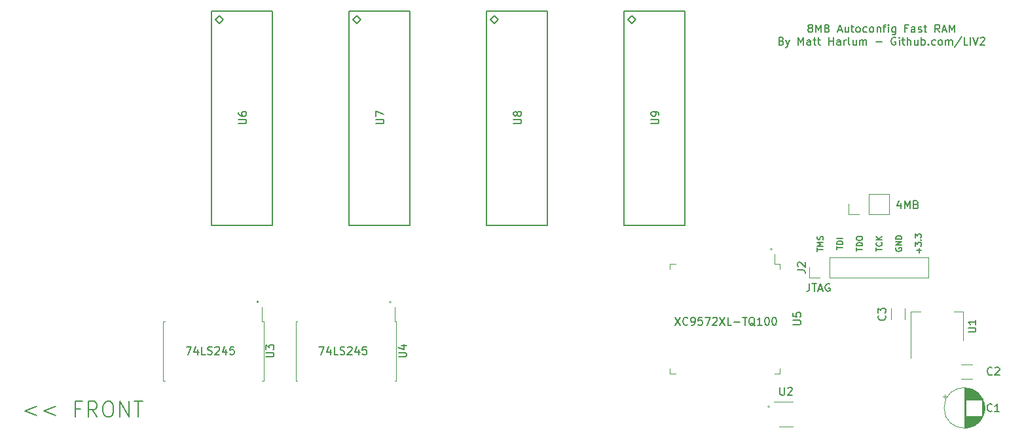
<source format=gbr>
G04 #@! TF.GenerationSoftware,KiCad,Pcbnew,(5.1.5-0-10_14)*
G04 #@! TF.CreationDate,2021-05-20T16:22:00+02:00*
G04 #@! TF.ProjectId,GottaGoFastZ2,476f7474-6147-46f4-9661-73745a322e6b,rev?*
G04 #@! TF.SameCoordinates,Original*
G04 #@! TF.FileFunction,Legend,Top*
G04 #@! TF.FilePolarity,Positive*
%FSLAX46Y46*%
G04 Gerber Fmt 4.6, Leading zero omitted, Abs format (unit mm)*
G04 Created by KiCad (PCBNEW (5.1.5-0-10_14)) date 2021-05-20 16:22:00*
%MOMM*%
%LPD*%
G04 APERTURE LIST*
%ADD10C,0.150000*%
%ADD11C,0.120000*%
G04 APERTURE END LIST*
D10*
X185432276Y-58441152D02*
X185337038Y-58393533D01*
X185289419Y-58345914D01*
X185241800Y-58250676D01*
X185241800Y-58203057D01*
X185289419Y-58107819D01*
X185337038Y-58060200D01*
X185432276Y-58012580D01*
X185622752Y-58012580D01*
X185717990Y-58060200D01*
X185765609Y-58107819D01*
X185813228Y-58203057D01*
X185813228Y-58250676D01*
X185765609Y-58345914D01*
X185717990Y-58393533D01*
X185622752Y-58441152D01*
X185432276Y-58441152D01*
X185337038Y-58488771D01*
X185289419Y-58536390D01*
X185241800Y-58631628D01*
X185241800Y-58822104D01*
X185289419Y-58917342D01*
X185337038Y-58964961D01*
X185432276Y-59012580D01*
X185622752Y-59012580D01*
X185717990Y-58964961D01*
X185765609Y-58917342D01*
X185813228Y-58822104D01*
X185813228Y-58631628D01*
X185765609Y-58536390D01*
X185717990Y-58488771D01*
X185622752Y-58441152D01*
X186241800Y-59012580D02*
X186241800Y-58012580D01*
X186575133Y-58726866D01*
X186908466Y-58012580D01*
X186908466Y-59012580D01*
X187717990Y-58488771D02*
X187860847Y-58536390D01*
X187908466Y-58584009D01*
X187956085Y-58679247D01*
X187956085Y-58822104D01*
X187908466Y-58917342D01*
X187860847Y-58964961D01*
X187765609Y-59012580D01*
X187384657Y-59012580D01*
X187384657Y-58012580D01*
X187717990Y-58012580D01*
X187813228Y-58060200D01*
X187860847Y-58107819D01*
X187908466Y-58203057D01*
X187908466Y-58298295D01*
X187860847Y-58393533D01*
X187813228Y-58441152D01*
X187717990Y-58488771D01*
X187384657Y-58488771D01*
X189098942Y-58726866D02*
X189575133Y-58726866D01*
X189003704Y-59012580D02*
X189337038Y-58012580D01*
X189670371Y-59012580D01*
X190432276Y-58345914D02*
X190432276Y-59012580D01*
X190003704Y-58345914D02*
X190003704Y-58869723D01*
X190051323Y-58964961D01*
X190146561Y-59012580D01*
X190289419Y-59012580D01*
X190384657Y-58964961D01*
X190432276Y-58917342D01*
X190765609Y-58345914D02*
X191146561Y-58345914D01*
X190908466Y-58012580D02*
X190908466Y-58869723D01*
X190956085Y-58964961D01*
X191051323Y-59012580D01*
X191146561Y-59012580D01*
X191622752Y-59012580D02*
X191527514Y-58964961D01*
X191479895Y-58917342D01*
X191432276Y-58822104D01*
X191432276Y-58536390D01*
X191479895Y-58441152D01*
X191527514Y-58393533D01*
X191622752Y-58345914D01*
X191765609Y-58345914D01*
X191860847Y-58393533D01*
X191908466Y-58441152D01*
X191956085Y-58536390D01*
X191956085Y-58822104D01*
X191908466Y-58917342D01*
X191860847Y-58964961D01*
X191765609Y-59012580D01*
X191622752Y-59012580D01*
X192813228Y-58964961D02*
X192717990Y-59012580D01*
X192527514Y-59012580D01*
X192432276Y-58964961D01*
X192384657Y-58917342D01*
X192337038Y-58822104D01*
X192337038Y-58536390D01*
X192384657Y-58441152D01*
X192432276Y-58393533D01*
X192527514Y-58345914D01*
X192717990Y-58345914D01*
X192813228Y-58393533D01*
X193384657Y-59012580D02*
X193289419Y-58964961D01*
X193241800Y-58917342D01*
X193194180Y-58822104D01*
X193194180Y-58536390D01*
X193241800Y-58441152D01*
X193289419Y-58393533D01*
X193384657Y-58345914D01*
X193527514Y-58345914D01*
X193622752Y-58393533D01*
X193670371Y-58441152D01*
X193717990Y-58536390D01*
X193717990Y-58822104D01*
X193670371Y-58917342D01*
X193622752Y-58964961D01*
X193527514Y-59012580D01*
X193384657Y-59012580D01*
X194146561Y-58345914D02*
X194146561Y-59012580D01*
X194146561Y-58441152D02*
X194194180Y-58393533D01*
X194289419Y-58345914D01*
X194432276Y-58345914D01*
X194527514Y-58393533D01*
X194575133Y-58488771D01*
X194575133Y-59012580D01*
X194908466Y-58345914D02*
X195289419Y-58345914D01*
X195051323Y-59012580D02*
X195051323Y-58155438D01*
X195098942Y-58060200D01*
X195194180Y-58012580D01*
X195289419Y-58012580D01*
X195622752Y-59012580D02*
X195622752Y-58345914D01*
X195622752Y-58012580D02*
X195575133Y-58060200D01*
X195622752Y-58107819D01*
X195670371Y-58060200D01*
X195622752Y-58012580D01*
X195622752Y-58107819D01*
X196527514Y-58345914D02*
X196527514Y-59155438D01*
X196479895Y-59250676D01*
X196432276Y-59298295D01*
X196337038Y-59345914D01*
X196194180Y-59345914D01*
X196098942Y-59298295D01*
X196527514Y-58964961D02*
X196432276Y-59012580D01*
X196241800Y-59012580D01*
X196146561Y-58964961D01*
X196098942Y-58917342D01*
X196051323Y-58822104D01*
X196051323Y-58536390D01*
X196098942Y-58441152D01*
X196146561Y-58393533D01*
X196241800Y-58345914D01*
X196432276Y-58345914D01*
X196527514Y-58393533D01*
X198098942Y-58488771D02*
X197765609Y-58488771D01*
X197765609Y-59012580D02*
X197765609Y-58012580D01*
X198241800Y-58012580D01*
X199051323Y-59012580D02*
X199051323Y-58488771D01*
X199003704Y-58393533D01*
X198908466Y-58345914D01*
X198717990Y-58345914D01*
X198622752Y-58393533D01*
X199051323Y-58964961D02*
X198956085Y-59012580D01*
X198717990Y-59012580D01*
X198622752Y-58964961D01*
X198575133Y-58869723D01*
X198575133Y-58774485D01*
X198622752Y-58679247D01*
X198717990Y-58631628D01*
X198956085Y-58631628D01*
X199051323Y-58584009D01*
X199479895Y-58964961D02*
X199575133Y-59012580D01*
X199765609Y-59012580D01*
X199860847Y-58964961D01*
X199908466Y-58869723D01*
X199908466Y-58822104D01*
X199860847Y-58726866D01*
X199765609Y-58679247D01*
X199622752Y-58679247D01*
X199527514Y-58631628D01*
X199479895Y-58536390D01*
X199479895Y-58488771D01*
X199527514Y-58393533D01*
X199622752Y-58345914D01*
X199765609Y-58345914D01*
X199860847Y-58393533D01*
X200194180Y-58345914D02*
X200575133Y-58345914D01*
X200337038Y-58012580D02*
X200337038Y-58869723D01*
X200384657Y-58964961D01*
X200479895Y-59012580D01*
X200575133Y-59012580D01*
X202241800Y-59012580D02*
X201908466Y-58536390D01*
X201670371Y-59012580D02*
X201670371Y-58012580D01*
X202051323Y-58012580D01*
X202146561Y-58060200D01*
X202194180Y-58107819D01*
X202241800Y-58203057D01*
X202241800Y-58345914D01*
X202194180Y-58441152D01*
X202146561Y-58488771D01*
X202051323Y-58536390D01*
X201670371Y-58536390D01*
X202622752Y-58726866D02*
X203098942Y-58726866D01*
X202527514Y-59012580D02*
X202860847Y-58012580D01*
X203194180Y-59012580D01*
X203527514Y-59012580D02*
X203527514Y-58012580D01*
X203860847Y-58726866D01*
X204194180Y-58012580D01*
X204194180Y-59012580D01*
X181789419Y-60138771D02*
X181932276Y-60186390D01*
X181979895Y-60234009D01*
X182027514Y-60329247D01*
X182027514Y-60472104D01*
X181979895Y-60567342D01*
X181932276Y-60614961D01*
X181837038Y-60662580D01*
X181456085Y-60662580D01*
X181456085Y-59662580D01*
X181789419Y-59662580D01*
X181884657Y-59710200D01*
X181932276Y-59757819D01*
X181979895Y-59853057D01*
X181979895Y-59948295D01*
X181932276Y-60043533D01*
X181884657Y-60091152D01*
X181789419Y-60138771D01*
X181456085Y-60138771D01*
X182360847Y-59995914D02*
X182598942Y-60662580D01*
X182837038Y-59995914D02*
X182598942Y-60662580D01*
X182503704Y-60900676D01*
X182456085Y-60948295D01*
X182360847Y-60995914D01*
X183979895Y-60662580D02*
X183979895Y-59662580D01*
X184313228Y-60376866D01*
X184646561Y-59662580D01*
X184646561Y-60662580D01*
X185551323Y-60662580D02*
X185551323Y-60138771D01*
X185503704Y-60043533D01*
X185408466Y-59995914D01*
X185217990Y-59995914D01*
X185122752Y-60043533D01*
X185551323Y-60614961D02*
X185456085Y-60662580D01*
X185217990Y-60662580D01*
X185122752Y-60614961D01*
X185075133Y-60519723D01*
X185075133Y-60424485D01*
X185122752Y-60329247D01*
X185217990Y-60281628D01*
X185456085Y-60281628D01*
X185551323Y-60234009D01*
X185884657Y-59995914D02*
X186265609Y-59995914D01*
X186027514Y-59662580D02*
X186027514Y-60519723D01*
X186075133Y-60614961D01*
X186170371Y-60662580D01*
X186265609Y-60662580D01*
X186456085Y-59995914D02*
X186837038Y-59995914D01*
X186598942Y-59662580D02*
X186598942Y-60519723D01*
X186646561Y-60614961D01*
X186741800Y-60662580D01*
X186837038Y-60662580D01*
X187932276Y-60662580D02*
X187932276Y-59662580D01*
X187932276Y-60138771D02*
X188503704Y-60138771D01*
X188503704Y-60662580D02*
X188503704Y-59662580D01*
X189408466Y-60662580D02*
X189408466Y-60138771D01*
X189360847Y-60043533D01*
X189265609Y-59995914D01*
X189075133Y-59995914D01*
X188979895Y-60043533D01*
X189408466Y-60614961D02*
X189313228Y-60662580D01*
X189075133Y-60662580D01*
X188979895Y-60614961D01*
X188932276Y-60519723D01*
X188932276Y-60424485D01*
X188979895Y-60329247D01*
X189075133Y-60281628D01*
X189313228Y-60281628D01*
X189408466Y-60234009D01*
X189884657Y-60662580D02*
X189884657Y-59995914D01*
X189884657Y-60186390D02*
X189932276Y-60091152D01*
X189979895Y-60043533D01*
X190075133Y-59995914D01*
X190170371Y-59995914D01*
X190646561Y-60662580D02*
X190551323Y-60614961D01*
X190503704Y-60519723D01*
X190503704Y-59662580D01*
X191456085Y-59995914D02*
X191456085Y-60662580D01*
X191027514Y-59995914D02*
X191027514Y-60519723D01*
X191075133Y-60614961D01*
X191170371Y-60662580D01*
X191313228Y-60662580D01*
X191408466Y-60614961D01*
X191456085Y-60567342D01*
X191932276Y-60662580D02*
X191932276Y-59995914D01*
X191932276Y-60091152D02*
X191979895Y-60043533D01*
X192075133Y-59995914D01*
X192217990Y-59995914D01*
X192313228Y-60043533D01*
X192360847Y-60138771D01*
X192360847Y-60662580D01*
X192360847Y-60138771D02*
X192408466Y-60043533D01*
X192503704Y-59995914D01*
X192646561Y-59995914D01*
X192741800Y-60043533D01*
X192789419Y-60138771D01*
X192789419Y-60662580D01*
X194027514Y-60281628D02*
X194789419Y-60281628D01*
X196551323Y-59710200D02*
X196456085Y-59662580D01*
X196313228Y-59662580D01*
X196170371Y-59710200D01*
X196075133Y-59805438D01*
X196027514Y-59900676D01*
X195979895Y-60091152D01*
X195979895Y-60234009D01*
X196027514Y-60424485D01*
X196075133Y-60519723D01*
X196170371Y-60614961D01*
X196313228Y-60662580D01*
X196408466Y-60662580D01*
X196551323Y-60614961D01*
X196598942Y-60567342D01*
X196598942Y-60234009D01*
X196408466Y-60234009D01*
X197027514Y-60662580D02*
X197027514Y-59995914D01*
X197027514Y-59662580D02*
X196979895Y-59710200D01*
X197027514Y-59757819D01*
X197075133Y-59710200D01*
X197027514Y-59662580D01*
X197027514Y-59757819D01*
X197360847Y-59995914D02*
X197741800Y-59995914D01*
X197503704Y-59662580D02*
X197503704Y-60519723D01*
X197551323Y-60614961D01*
X197646561Y-60662580D01*
X197741800Y-60662580D01*
X198075133Y-60662580D02*
X198075133Y-59662580D01*
X198503704Y-60662580D02*
X198503704Y-60138771D01*
X198456085Y-60043533D01*
X198360847Y-59995914D01*
X198217990Y-59995914D01*
X198122752Y-60043533D01*
X198075133Y-60091152D01*
X199408466Y-59995914D02*
X199408466Y-60662580D01*
X198979895Y-59995914D02*
X198979895Y-60519723D01*
X199027514Y-60614961D01*
X199122752Y-60662580D01*
X199265609Y-60662580D01*
X199360847Y-60614961D01*
X199408466Y-60567342D01*
X199884657Y-60662580D02*
X199884657Y-59662580D01*
X199884657Y-60043533D02*
X199979895Y-59995914D01*
X200170371Y-59995914D01*
X200265609Y-60043533D01*
X200313228Y-60091152D01*
X200360847Y-60186390D01*
X200360847Y-60472104D01*
X200313228Y-60567342D01*
X200265609Y-60614961D01*
X200170371Y-60662580D01*
X199979895Y-60662580D01*
X199884657Y-60614961D01*
X200789419Y-60567342D02*
X200837038Y-60614961D01*
X200789419Y-60662580D01*
X200741800Y-60614961D01*
X200789419Y-60567342D01*
X200789419Y-60662580D01*
X201694180Y-60614961D02*
X201598942Y-60662580D01*
X201408466Y-60662580D01*
X201313228Y-60614961D01*
X201265609Y-60567342D01*
X201217990Y-60472104D01*
X201217990Y-60186390D01*
X201265609Y-60091152D01*
X201313228Y-60043533D01*
X201408466Y-59995914D01*
X201598942Y-59995914D01*
X201694180Y-60043533D01*
X202265609Y-60662580D02*
X202170371Y-60614961D01*
X202122752Y-60567342D01*
X202075133Y-60472104D01*
X202075133Y-60186390D01*
X202122752Y-60091152D01*
X202170371Y-60043533D01*
X202265609Y-59995914D01*
X202408466Y-59995914D01*
X202503704Y-60043533D01*
X202551323Y-60091152D01*
X202598942Y-60186390D01*
X202598942Y-60472104D01*
X202551323Y-60567342D01*
X202503704Y-60614961D01*
X202408466Y-60662580D01*
X202265609Y-60662580D01*
X203027514Y-60662580D02*
X203027514Y-59995914D01*
X203027514Y-60091152D02*
X203075133Y-60043533D01*
X203170371Y-59995914D01*
X203313228Y-59995914D01*
X203408466Y-60043533D01*
X203456085Y-60138771D01*
X203456085Y-60662580D01*
X203456085Y-60138771D02*
X203503704Y-60043533D01*
X203598942Y-59995914D01*
X203741800Y-59995914D01*
X203837038Y-60043533D01*
X203884657Y-60138771D01*
X203884657Y-60662580D01*
X205075133Y-59614961D02*
X204217990Y-60900676D01*
X205884657Y-60662580D02*
X205408466Y-60662580D01*
X205408466Y-59662580D01*
X206217990Y-60662580D02*
X206217990Y-59662580D01*
X206551323Y-59662580D02*
X206884657Y-60662580D01*
X207217990Y-59662580D01*
X207503704Y-59757819D02*
X207551323Y-59710200D01*
X207646561Y-59662580D01*
X207884657Y-59662580D01*
X207979895Y-59710200D01*
X208027514Y-59757819D01*
X208075133Y-59853057D01*
X208075133Y-59948295D01*
X208027514Y-60091152D01*
X207456085Y-60662580D01*
X208075133Y-60662580D01*
X199569571Y-87572571D02*
X199569571Y-87001142D01*
X199855285Y-87286857D02*
X199283857Y-87286857D01*
X199105285Y-86715428D02*
X199105285Y-86251142D01*
X199391000Y-86501142D01*
X199391000Y-86394000D01*
X199426714Y-86322571D01*
X199462428Y-86286857D01*
X199533857Y-86251142D01*
X199712428Y-86251142D01*
X199783857Y-86286857D01*
X199819571Y-86322571D01*
X199855285Y-86394000D01*
X199855285Y-86608285D01*
X199819571Y-86679714D01*
X199783857Y-86715428D01*
X199783857Y-85929714D02*
X199819571Y-85894000D01*
X199855285Y-85929714D01*
X199819571Y-85965428D01*
X199783857Y-85929714D01*
X199855285Y-85929714D01*
X199105285Y-85644000D02*
X199105285Y-85179714D01*
X199391000Y-85429714D01*
X199391000Y-85322571D01*
X199426714Y-85251142D01*
X199462428Y-85215428D01*
X199533857Y-85179714D01*
X199712428Y-85179714D01*
X199783857Y-85215428D01*
X199819571Y-85251142D01*
X199855285Y-85322571D01*
X199855285Y-85536857D01*
X199819571Y-85608285D01*
X199783857Y-85644000D01*
X196601000Y-86965428D02*
X196565285Y-87036857D01*
X196565285Y-87144000D01*
X196601000Y-87251142D01*
X196672428Y-87322571D01*
X196743857Y-87358285D01*
X196886714Y-87394000D01*
X196993857Y-87394000D01*
X197136714Y-87358285D01*
X197208142Y-87322571D01*
X197279571Y-87251142D01*
X197315285Y-87144000D01*
X197315285Y-87072571D01*
X197279571Y-86965428D01*
X197243857Y-86929714D01*
X196993857Y-86929714D01*
X196993857Y-87072571D01*
X197315285Y-86608285D02*
X196565285Y-86608285D01*
X197315285Y-86179714D01*
X196565285Y-86179714D01*
X197315285Y-85822571D02*
X196565285Y-85822571D01*
X196565285Y-85644000D01*
X196601000Y-85536857D01*
X196672428Y-85465428D01*
X196743857Y-85429714D01*
X196886714Y-85394000D01*
X196993857Y-85394000D01*
X197136714Y-85429714D01*
X197208142Y-85465428D01*
X197279571Y-85536857D01*
X197315285Y-85644000D01*
X197315285Y-85822571D01*
X194025285Y-87358285D02*
X194025285Y-86929714D01*
X194775285Y-87144000D02*
X194025285Y-87144000D01*
X194703857Y-86251142D02*
X194739571Y-86286857D01*
X194775285Y-86394000D01*
X194775285Y-86465428D01*
X194739571Y-86572571D01*
X194668142Y-86644000D01*
X194596714Y-86679714D01*
X194453857Y-86715428D01*
X194346714Y-86715428D01*
X194203857Y-86679714D01*
X194132428Y-86644000D01*
X194061000Y-86572571D01*
X194025285Y-86465428D01*
X194025285Y-86394000D01*
X194061000Y-86286857D01*
X194096714Y-86251142D01*
X194775285Y-85929714D02*
X194025285Y-85929714D01*
X194775285Y-85501142D02*
X194346714Y-85822571D01*
X194025285Y-85501142D02*
X194453857Y-85929714D01*
X191485285Y-87376142D02*
X191485285Y-86947571D01*
X192235285Y-87161857D02*
X191485285Y-87161857D01*
X192235285Y-86697571D02*
X191485285Y-86697571D01*
X191485285Y-86519000D01*
X191521000Y-86411857D01*
X191592428Y-86340428D01*
X191663857Y-86304714D01*
X191806714Y-86269000D01*
X191913857Y-86269000D01*
X192056714Y-86304714D01*
X192128142Y-86340428D01*
X192199571Y-86411857D01*
X192235285Y-86519000D01*
X192235285Y-86697571D01*
X191485285Y-85804714D02*
X191485285Y-85661857D01*
X191521000Y-85590428D01*
X191592428Y-85519000D01*
X191735285Y-85483285D01*
X191985285Y-85483285D01*
X192128142Y-85519000D01*
X192199571Y-85590428D01*
X192235285Y-85661857D01*
X192235285Y-85804714D01*
X192199571Y-85876142D01*
X192128142Y-85947571D01*
X191985285Y-85983285D01*
X191735285Y-85983285D01*
X191592428Y-85947571D01*
X191521000Y-85876142D01*
X191485285Y-85804714D01*
X188945285Y-87161857D02*
X188945285Y-86733285D01*
X189695285Y-86947571D02*
X188945285Y-86947571D01*
X189695285Y-86483285D02*
X188945285Y-86483285D01*
X188945285Y-86304714D01*
X188981000Y-86197571D01*
X189052428Y-86126142D01*
X189123857Y-86090428D01*
X189266714Y-86054714D01*
X189373857Y-86054714D01*
X189516714Y-86090428D01*
X189588142Y-86126142D01*
X189659571Y-86197571D01*
X189695285Y-86304714D01*
X189695285Y-86483285D01*
X189695285Y-85733285D02*
X188945285Y-85733285D01*
X186405285Y-87394000D02*
X186405285Y-86965428D01*
X187155285Y-87179714D02*
X186405285Y-87179714D01*
X187155285Y-86715428D02*
X186405285Y-86715428D01*
X186941000Y-86465428D01*
X186405285Y-86215428D01*
X187155285Y-86215428D01*
X187119571Y-85894000D02*
X187155285Y-85786857D01*
X187155285Y-85608285D01*
X187119571Y-85536857D01*
X187083857Y-85501142D01*
X187012428Y-85465428D01*
X186941000Y-85465428D01*
X186869571Y-85501142D01*
X186833857Y-85536857D01*
X186798142Y-85608285D01*
X186762428Y-85751142D01*
X186726714Y-85822571D01*
X186691000Y-85858285D01*
X186619571Y-85894000D01*
X186548142Y-85894000D01*
X186476714Y-85858285D01*
X186441000Y-85822571D01*
X186405285Y-85751142D01*
X186405285Y-85572571D01*
X186441000Y-85465428D01*
X85487619Y-107521428D02*
X83963809Y-108092857D01*
X85487619Y-108664285D01*
X87963809Y-107521428D02*
X86440000Y-108092857D01*
X87963809Y-108664285D01*
X91106666Y-107807142D02*
X90440000Y-107807142D01*
X90440000Y-108854761D02*
X90440000Y-106854761D01*
X91392380Y-106854761D01*
X93297142Y-108854761D02*
X92630476Y-107902380D01*
X92154285Y-108854761D02*
X92154285Y-106854761D01*
X92916190Y-106854761D01*
X93106666Y-106950000D01*
X93201904Y-107045238D01*
X93297142Y-107235714D01*
X93297142Y-107521428D01*
X93201904Y-107711904D01*
X93106666Y-107807142D01*
X92916190Y-107902380D01*
X92154285Y-107902380D01*
X94535238Y-106854761D02*
X94916190Y-106854761D01*
X95106666Y-106950000D01*
X95297142Y-107140476D01*
X95392380Y-107521428D01*
X95392380Y-108188095D01*
X95297142Y-108569047D01*
X95106666Y-108759523D01*
X94916190Y-108854761D01*
X94535238Y-108854761D01*
X94344761Y-108759523D01*
X94154285Y-108569047D01*
X94059047Y-108188095D01*
X94059047Y-107521428D01*
X94154285Y-107140476D01*
X94344761Y-106950000D01*
X94535238Y-106854761D01*
X96249523Y-108854761D02*
X96249523Y-106854761D01*
X97392380Y-108854761D01*
X97392380Y-106854761D01*
X98059047Y-106854761D02*
X99201904Y-106854761D01*
X98630476Y-108854761D02*
X98630476Y-106854761D01*
D11*
X205314600Y-95206900D02*
X204054600Y-95206900D01*
X198494600Y-95206900D02*
X199754600Y-95206900D01*
X205314600Y-98966900D02*
X205314600Y-95206900D01*
X198494600Y-101216900D02*
X198494600Y-95206900D01*
X180594000Y-87122000D02*
G75*
G03X180594000Y-87122000I-127000J0D01*
G01*
X180908000Y-89029000D02*
X180908000Y-87739000D01*
X181608000Y-89029000D02*
X180908000Y-89029000D01*
X181608000Y-89729000D02*
X181608000Y-89029000D01*
X181608000Y-103249000D02*
X180908000Y-103249000D01*
X181608000Y-102549000D02*
X181608000Y-103249000D01*
X167388000Y-89029000D02*
X168088000Y-89029000D01*
X167388000Y-89729000D02*
X167388000Y-89029000D01*
X167388000Y-103249000D02*
X168088000Y-103249000D01*
X167388000Y-102549000D02*
X167388000Y-103249000D01*
X181472000Y-110106100D02*
X183272000Y-110106100D01*
X183272000Y-106886100D02*
X180822000Y-106886100D01*
X180291490Y-107543600D02*
G75*
G03X180291490Y-107543600I-141990J0D01*
G01*
X205041048Y-103907000D02*
X206463552Y-103907000D01*
X205041048Y-102087000D02*
X206463552Y-102087000D01*
X197760000Y-94831248D02*
X197760000Y-96253752D01*
X195940000Y-94831248D02*
X195940000Y-96253752D01*
X190490800Y-82610000D02*
X190490800Y-81280000D01*
X191820800Y-82610000D02*
X190490800Y-82610000D01*
X193090800Y-82610000D02*
X193090800Y-79950000D01*
X193090800Y-79950000D02*
X195690800Y-79950000D01*
X193090800Y-82610000D02*
X195690800Y-82610000D01*
X195690800Y-82610000D02*
X195690800Y-79950000D01*
X131318000Y-93980000D02*
G75*
G03X131318000Y-93980000I-127000J0D01*
G01*
X131751000Y-96470000D02*
X131751000Y-94655000D01*
X131986000Y-96470000D02*
X131751000Y-96470000D01*
X131986000Y-100330000D02*
X131986000Y-96470000D01*
X131986000Y-104190000D02*
X131751000Y-104190000D01*
X131986000Y-100330000D02*
X131986000Y-104190000D01*
X118966000Y-96470000D02*
X119201000Y-96470000D01*
X118966000Y-100330000D02*
X118966000Y-96470000D01*
X118966000Y-104190000D02*
X119201000Y-104190000D01*
X118966000Y-100330000D02*
X118966000Y-104190000D01*
X114173000Y-93980000D02*
G75*
G03X114173000Y-93980000I-127000J0D01*
G01*
X114606000Y-96470000D02*
X114606000Y-94655000D01*
X114841000Y-96470000D02*
X114606000Y-96470000D01*
X114841000Y-100330000D02*
X114841000Y-96470000D01*
X114841000Y-104190000D02*
X114606000Y-104190000D01*
X114841000Y-100330000D02*
X114841000Y-104190000D01*
X101821000Y-96470000D02*
X102056000Y-96470000D01*
X101821000Y-100330000D02*
X101821000Y-96470000D01*
X101821000Y-104190000D02*
X102056000Y-104190000D01*
X101821000Y-100330000D02*
X101821000Y-104190000D01*
D10*
X133731000Y-56642000D02*
X133731000Y-82296000D01*
X125857000Y-82296000D02*
X125857000Y-56642000D01*
X127381000Y-57404000D02*
X126873000Y-57912000D01*
X126873000Y-57912000D02*
X126365000Y-57404000D01*
X126365000Y-57404000D02*
X126873000Y-56896000D01*
X126873000Y-56896000D02*
X127381000Y-57404000D01*
X125857000Y-84074000D02*
X133731000Y-84074000D01*
X125857000Y-82296000D02*
X125857000Y-82296000D01*
X125857000Y-82296000D02*
X125857000Y-84074000D01*
X133731000Y-82296000D02*
X133731000Y-84074000D01*
X125857000Y-56261000D02*
X133731000Y-56261000D01*
X133731000Y-56642000D02*
X133731000Y-56261000D01*
X125857000Y-56642000D02*
X125857000Y-56261000D01*
X115951000Y-56642000D02*
X115951000Y-82296000D01*
X108077000Y-82296000D02*
X108077000Y-56642000D01*
X109601000Y-57404000D02*
X109093000Y-57912000D01*
X109093000Y-57912000D02*
X108585000Y-57404000D01*
X108585000Y-57404000D02*
X109093000Y-56896000D01*
X109093000Y-56896000D02*
X109601000Y-57404000D01*
X108077000Y-84074000D02*
X115951000Y-84074000D01*
X108077000Y-82296000D02*
X108077000Y-82296000D01*
X108077000Y-82296000D02*
X108077000Y-84074000D01*
X115951000Y-82296000D02*
X115951000Y-84074000D01*
X108077000Y-56261000D02*
X115951000Y-56261000D01*
X115951000Y-56642000D02*
X115951000Y-56261000D01*
X108077000Y-56642000D02*
X108077000Y-56261000D01*
X169291000Y-56642000D02*
X169291000Y-82296000D01*
X161417000Y-82296000D02*
X161417000Y-56642000D01*
X162941000Y-57404000D02*
X162433000Y-57912000D01*
X162433000Y-57912000D02*
X161925000Y-57404000D01*
X161925000Y-57404000D02*
X162433000Y-56896000D01*
X162433000Y-56896000D02*
X162941000Y-57404000D01*
X161417000Y-84074000D02*
X169291000Y-84074000D01*
X161417000Y-82296000D02*
X161417000Y-82296000D01*
X161417000Y-82296000D02*
X161417000Y-84074000D01*
X169291000Y-82296000D02*
X169291000Y-84074000D01*
X161417000Y-56261000D02*
X169291000Y-56261000D01*
X169291000Y-56642000D02*
X169291000Y-56261000D01*
X161417000Y-56642000D02*
X161417000Y-56261000D01*
X151511000Y-56642000D02*
X151511000Y-82296000D01*
X143637000Y-82296000D02*
X143637000Y-56642000D01*
X145161000Y-57404000D02*
X144653000Y-57912000D01*
X144653000Y-57912000D02*
X144145000Y-57404000D01*
X144145000Y-57404000D02*
X144653000Y-56896000D01*
X144653000Y-56896000D02*
X145161000Y-57404000D01*
X143637000Y-84074000D02*
X151511000Y-84074000D01*
X143637000Y-82296000D02*
X143637000Y-82296000D01*
X143637000Y-82296000D02*
X143637000Y-84074000D01*
X151511000Y-82296000D02*
X151511000Y-84074000D01*
X143637000Y-56261000D02*
X151511000Y-56261000D01*
X151511000Y-56642000D02*
X151511000Y-56261000D01*
X143637000Y-56642000D02*
X143637000Y-56261000D01*
D11*
X200770800Y-90814200D02*
X200770800Y-88154200D01*
X188010800Y-90814200D02*
X200770800Y-90814200D01*
X188010800Y-88154200D02*
X200770800Y-88154200D01*
X188010800Y-90814200D02*
X188010800Y-88154200D01*
X186740800Y-90814200D02*
X185410800Y-90814200D01*
X185410800Y-90814200D02*
X185410800Y-89484200D01*
X208060600Y-107696000D02*
G75*
G03X208060600Y-107696000I-2620000J0D01*
G01*
X205440600Y-105116000D02*
X205440600Y-110276000D01*
X205480600Y-105116000D02*
X205480600Y-110276000D01*
X205520600Y-105117000D02*
X205520600Y-110275000D01*
X205560600Y-105118000D02*
X205560600Y-110274000D01*
X205600600Y-105120000D02*
X205600600Y-110272000D01*
X205640600Y-105123000D02*
X205640600Y-110269000D01*
X205680600Y-105127000D02*
X205680600Y-106656000D01*
X205680600Y-108736000D02*
X205680600Y-110265000D01*
X205720600Y-105131000D02*
X205720600Y-106656000D01*
X205720600Y-108736000D02*
X205720600Y-110261000D01*
X205760600Y-105135000D02*
X205760600Y-106656000D01*
X205760600Y-108736000D02*
X205760600Y-110257000D01*
X205800600Y-105140000D02*
X205800600Y-106656000D01*
X205800600Y-108736000D02*
X205800600Y-110252000D01*
X205840600Y-105146000D02*
X205840600Y-106656000D01*
X205840600Y-108736000D02*
X205840600Y-110246000D01*
X205880600Y-105153000D02*
X205880600Y-106656000D01*
X205880600Y-108736000D02*
X205880600Y-110239000D01*
X205920600Y-105160000D02*
X205920600Y-106656000D01*
X205920600Y-108736000D02*
X205920600Y-110232000D01*
X205960600Y-105168000D02*
X205960600Y-106656000D01*
X205960600Y-108736000D02*
X205960600Y-110224000D01*
X206000600Y-105176000D02*
X206000600Y-106656000D01*
X206000600Y-108736000D02*
X206000600Y-110216000D01*
X206040600Y-105185000D02*
X206040600Y-106656000D01*
X206040600Y-108736000D02*
X206040600Y-110207000D01*
X206080600Y-105195000D02*
X206080600Y-106656000D01*
X206080600Y-108736000D02*
X206080600Y-110197000D01*
X206120600Y-105205000D02*
X206120600Y-106656000D01*
X206120600Y-108736000D02*
X206120600Y-110187000D01*
X206161600Y-105216000D02*
X206161600Y-106656000D01*
X206161600Y-108736000D02*
X206161600Y-110176000D01*
X206201600Y-105228000D02*
X206201600Y-106656000D01*
X206201600Y-108736000D02*
X206201600Y-110164000D01*
X206241600Y-105241000D02*
X206241600Y-106656000D01*
X206241600Y-108736000D02*
X206241600Y-110151000D01*
X206281600Y-105254000D02*
X206281600Y-106656000D01*
X206281600Y-108736000D02*
X206281600Y-110138000D01*
X206321600Y-105268000D02*
X206321600Y-106656000D01*
X206321600Y-108736000D02*
X206321600Y-110124000D01*
X206361600Y-105282000D02*
X206361600Y-106656000D01*
X206361600Y-108736000D02*
X206361600Y-110110000D01*
X206401600Y-105298000D02*
X206401600Y-106656000D01*
X206401600Y-108736000D02*
X206401600Y-110094000D01*
X206441600Y-105314000D02*
X206441600Y-106656000D01*
X206441600Y-108736000D02*
X206441600Y-110078000D01*
X206481600Y-105331000D02*
X206481600Y-106656000D01*
X206481600Y-108736000D02*
X206481600Y-110061000D01*
X206521600Y-105348000D02*
X206521600Y-106656000D01*
X206521600Y-108736000D02*
X206521600Y-110044000D01*
X206561600Y-105367000D02*
X206561600Y-106656000D01*
X206561600Y-108736000D02*
X206561600Y-110025000D01*
X206601600Y-105386000D02*
X206601600Y-106656000D01*
X206601600Y-108736000D02*
X206601600Y-110006000D01*
X206641600Y-105406000D02*
X206641600Y-106656000D01*
X206641600Y-108736000D02*
X206641600Y-109986000D01*
X206681600Y-105428000D02*
X206681600Y-106656000D01*
X206681600Y-108736000D02*
X206681600Y-109964000D01*
X206721600Y-105449000D02*
X206721600Y-106656000D01*
X206721600Y-108736000D02*
X206721600Y-109943000D01*
X206761600Y-105472000D02*
X206761600Y-106656000D01*
X206761600Y-108736000D02*
X206761600Y-109920000D01*
X206801600Y-105496000D02*
X206801600Y-106656000D01*
X206801600Y-108736000D02*
X206801600Y-109896000D01*
X206841600Y-105521000D02*
X206841600Y-106656000D01*
X206841600Y-108736000D02*
X206841600Y-109871000D01*
X206881600Y-105547000D02*
X206881600Y-106656000D01*
X206881600Y-108736000D02*
X206881600Y-109845000D01*
X206921600Y-105574000D02*
X206921600Y-106656000D01*
X206921600Y-108736000D02*
X206921600Y-109818000D01*
X206961600Y-105601000D02*
X206961600Y-106656000D01*
X206961600Y-108736000D02*
X206961600Y-109791000D01*
X207001600Y-105631000D02*
X207001600Y-106656000D01*
X207001600Y-108736000D02*
X207001600Y-109761000D01*
X207041600Y-105661000D02*
X207041600Y-106656000D01*
X207041600Y-108736000D02*
X207041600Y-109731000D01*
X207081600Y-105692000D02*
X207081600Y-106656000D01*
X207081600Y-108736000D02*
X207081600Y-109700000D01*
X207121600Y-105725000D02*
X207121600Y-106656000D01*
X207121600Y-108736000D02*
X207121600Y-109667000D01*
X207161600Y-105759000D02*
X207161600Y-106656000D01*
X207161600Y-108736000D02*
X207161600Y-109633000D01*
X207201600Y-105795000D02*
X207201600Y-106656000D01*
X207201600Y-108736000D02*
X207201600Y-109597000D01*
X207241600Y-105832000D02*
X207241600Y-106656000D01*
X207241600Y-108736000D02*
X207241600Y-109560000D01*
X207281600Y-105870000D02*
X207281600Y-106656000D01*
X207281600Y-108736000D02*
X207281600Y-109522000D01*
X207321600Y-105911000D02*
X207321600Y-106656000D01*
X207321600Y-108736000D02*
X207321600Y-109481000D01*
X207361600Y-105953000D02*
X207361600Y-106656000D01*
X207361600Y-108736000D02*
X207361600Y-109439000D01*
X207401600Y-105997000D02*
X207401600Y-106656000D01*
X207401600Y-108736000D02*
X207401600Y-109395000D01*
X207441600Y-106043000D02*
X207441600Y-106656000D01*
X207441600Y-108736000D02*
X207441600Y-109349000D01*
X207481600Y-106091000D02*
X207481600Y-106656000D01*
X207481600Y-108736000D02*
X207481600Y-109301000D01*
X207521600Y-106142000D02*
X207521600Y-106656000D01*
X207521600Y-108736000D02*
X207521600Y-109250000D01*
X207561600Y-106196000D02*
X207561600Y-106656000D01*
X207561600Y-108736000D02*
X207561600Y-109196000D01*
X207601600Y-106253000D02*
X207601600Y-106656000D01*
X207601600Y-108736000D02*
X207601600Y-109139000D01*
X207641600Y-106313000D02*
X207641600Y-106656000D01*
X207641600Y-108736000D02*
X207641600Y-109079000D01*
X207681600Y-106377000D02*
X207681600Y-106656000D01*
X207681600Y-108736000D02*
X207681600Y-109015000D01*
X207721600Y-106445000D02*
X207721600Y-106656000D01*
X207721600Y-108736000D02*
X207721600Y-108947000D01*
X207761600Y-106518000D02*
X207761600Y-108874000D01*
X207801600Y-106598000D02*
X207801600Y-108794000D01*
X207841600Y-106685000D02*
X207841600Y-108707000D01*
X207881600Y-106781000D02*
X207881600Y-108611000D01*
X207921600Y-106891000D02*
X207921600Y-108501000D01*
X207961600Y-107019000D02*
X207961600Y-108373000D01*
X208001600Y-107178000D02*
X208001600Y-108214000D01*
X208041600Y-107412000D02*
X208041600Y-107980000D01*
X202635825Y-106221000D02*
X203135825Y-106221000D01*
X202885825Y-105971000D02*
X202885825Y-106471000D01*
D10*
X205928980Y-97878804D02*
X206738504Y-97878804D01*
X206833742Y-97831185D01*
X206881361Y-97783566D01*
X206928980Y-97688328D01*
X206928980Y-97497852D01*
X206881361Y-97402614D01*
X206833742Y-97354995D01*
X206738504Y-97307376D01*
X205928980Y-97307376D01*
X206928980Y-96307376D02*
X206928980Y-96878804D01*
X206928980Y-96593090D02*
X205928980Y-96593090D01*
X206071838Y-96688328D01*
X206167076Y-96783566D01*
X206214695Y-96878804D01*
X183300380Y-96900904D02*
X184109904Y-96900904D01*
X184205142Y-96853285D01*
X184252761Y-96805666D01*
X184300380Y-96710428D01*
X184300380Y-96519952D01*
X184252761Y-96424714D01*
X184205142Y-96377095D01*
X184109904Y-96329476D01*
X183300380Y-96329476D01*
X183300380Y-95377095D02*
X183300380Y-95853285D01*
X183776571Y-95900904D01*
X183728952Y-95853285D01*
X183681333Y-95758047D01*
X183681333Y-95519952D01*
X183728952Y-95424714D01*
X183776571Y-95377095D01*
X183871809Y-95329476D01*
X184109904Y-95329476D01*
X184205142Y-95377095D01*
X184252761Y-95424714D01*
X184300380Y-95519952D01*
X184300380Y-95758047D01*
X184252761Y-95853285D01*
X184205142Y-95900904D01*
X168053571Y-95972380D02*
X168720238Y-96972380D01*
X168720238Y-95972380D02*
X168053571Y-96972380D01*
X169672619Y-96877142D02*
X169625000Y-96924761D01*
X169482142Y-96972380D01*
X169386904Y-96972380D01*
X169244047Y-96924761D01*
X169148809Y-96829523D01*
X169101190Y-96734285D01*
X169053571Y-96543809D01*
X169053571Y-96400952D01*
X169101190Y-96210476D01*
X169148809Y-96115238D01*
X169244047Y-96020000D01*
X169386904Y-95972380D01*
X169482142Y-95972380D01*
X169625000Y-96020000D01*
X169672619Y-96067619D01*
X170148809Y-96972380D02*
X170339285Y-96972380D01*
X170434523Y-96924761D01*
X170482142Y-96877142D01*
X170577380Y-96734285D01*
X170625000Y-96543809D01*
X170625000Y-96162857D01*
X170577380Y-96067619D01*
X170529761Y-96020000D01*
X170434523Y-95972380D01*
X170244047Y-95972380D01*
X170148809Y-96020000D01*
X170101190Y-96067619D01*
X170053571Y-96162857D01*
X170053571Y-96400952D01*
X170101190Y-96496190D01*
X170148809Y-96543809D01*
X170244047Y-96591428D01*
X170434523Y-96591428D01*
X170529761Y-96543809D01*
X170577380Y-96496190D01*
X170625000Y-96400952D01*
X171529761Y-95972380D02*
X171053571Y-95972380D01*
X171005952Y-96448571D01*
X171053571Y-96400952D01*
X171148809Y-96353333D01*
X171386904Y-96353333D01*
X171482142Y-96400952D01*
X171529761Y-96448571D01*
X171577380Y-96543809D01*
X171577380Y-96781904D01*
X171529761Y-96877142D01*
X171482142Y-96924761D01*
X171386904Y-96972380D01*
X171148809Y-96972380D01*
X171053571Y-96924761D01*
X171005952Y-96877142D01*
X171910714Y-95972380D02*
X172577380Y-95972380D01*
X172148809Y-96972380D01*
X172910714Y-96067619D02*
X172958333Y-96020000D01*
X173053571Y-95972380D01*
X173291666Y-95972380D01*
X173386904Y-96020000D01*
X173434523Y-96067619D01*
X173482142Y-96162857D01*
X173482142Y-96258095D01*
X173434523Y-96400952D01*
X172863095Y-96972380D01*
X173482142Y-96972380D01*
X173815476Y-95972380D02*
X174482142Y-96972380D01*
X174482142Y-95972380D02*
X173815476Y-96972380D01*
X175339285Y-96972380D02*
X174863095Y-96972380D01*
X174863095Y-95972380D01*
X175672619Y-96591428D02*
X176434523Y-96591428D01*
X176767857Y-95972380D02*
X177339285Y-95972380D01*
X177053571Y-96972380D02*
X177053571Y-95972380D01*
X178339285Y-97067619D02*
X178244047Y-97020000D01*
X178148809Y-96924761D01*
X178005952Y-96781904D01*
X177910714Y-96734285D01*
X177815476Y-96734285D01*
X177863095Y-96972380D02*
X177767857Y-96924761D01*
X177672619Y-96829523D01*
X177625000Y-96639047D01*
X177625000Y-96305714D01*
X177672619Y-96115238D01*
X177767857Y-96020000D01*
X177863095Y-95972380D01*
X178053571Y-95972380D01*
X178148809Y-96020000D01*
X178244047Y-96115238D01*
X178291666Y-96305714D01*
X178291666Y-96639047D01*
X178244047Y-96829523D01*
X178148809Y-96924761D01*
X178053571Y-96972380D01*
X177863095Y-96972380D01*
X179244047Y-96972380D02*
X178672619Y-96972380D01*
X178958333Y-96972380D02*
X178958333Y-95972380D01*
X178863095Y-96115238D01*
X178767857Y-96210476D01*
X178672619Y-96258095D01*
X179863095Y-95972380D02*
X179958333Y-95972380D01*
X180053571Y-96020000D01*
X180101190Y-96067619D01*
X180148809Y-96162857D01*
X180196428Y-96353333D01*
X180196428Y-96591428D01*
X180148809Y-96781904D01*
X180101190Y-96877142D01*
X180053571Y-96924761D01*
X179958333Y-96972380D01*
X179863095Y-96972380D01*
X179767857Y-96924761D01*
X179720238Y-96877142D01*
X179672619Y-96781904D01*
X179625000Y-96591428D01*
X179625000Y-96353333D01*
X179672619Y-96162857D01*
X179720238Y-96067619D01*
X179767857Y-96020000D01*
X179863095Y-95972380D01*
X180815476Y-95972380D02*
X180910714Y-95972380D01*
X181005952Y-96020000D01*
X181053571Y-96067619D01*
X181101190Y-96162857D01*
X181148809Y-96353333D01*
X181148809Y-96591428D01*
X181101190Y-96781904D01*
X181053571Y-96877142D01*
X181005952Y-96924761D01*
X180910714Y-96972380D01*
X180815476Y-96972380D01*
X180720238Y-96924761D01*
X180672619Y-96877142D01*
X180625000Y-96781904D01*
X180577380Y-96591428D01*
X180577380Y-96353333D01*
X180625000Y-96162857D01*
X180672619Y-96067619D01*
X180720238Y-96020000D01*
X180815476Y-95972380D01*
X181610095Y-105048480D02*
X181610095Y-105858004D01*
X181657714Y-105953242D01*
X181705333Y-106000861D01*
X181800571Y-106048480D01*
X181991047Y-106048480D01*
X182086285Y-106000861D01*
X182133904Y-105953242D01*
X182181523Y-105858004D01*
X182181523Y-105048480D01*
X182610095Y-105143719D02*
X182657714Y-105096100D01*
X182752952Y-105048480D01*
X182991047Y-105048480D01*
X183086285Y-105096100D01*
X183133904Y-105143719D01*
X183181523Y-105238957D01*
X183181523Y-105334195D01*
X183133904Y-105477052D01*
X182562476Y-106048480D01*
X183181523Y-106048480D01*
X209027733Y-103354142D02*
X208980114Y-103401761D01*
X208837257Y-103449380D01*
X208742019Y-103449380D01*
X208599161Y-103401761D01*
X208503923Y-103306523D01*
X208456304Y-103211285D01*
X208408685Y-103020809D01*
X208408685Y-102877952D01*
X208456304Y-102687476D01*
X208503923Y-102592238D01*
X208599161Y-102497000D01*
X208742019Y-102449380D01*
X208837257Y-102449380D01*
X208980114Y-102497000D01*
X209027733Y-102544619D01*
X209408685Y-102544619D02*
X209456304Y-102497000D01*
X209551542Y-102449380D01*
X209789638Y-102449380D01*
X209884876Y-102497000D01*
X209932495Y-102544619D01*
X209980114Y-102639857D01*
X209980114Y-102735095D01*
X209932495Y-102877952D01*
X209361066Y-103449380D01*
X209980114Y-103449380D01*
X195175142Y-95709166D02*
X195222761Y-95756785D01*
X195270380Y-95899642D01*
X195270380Y-95994880D01*
X195222761Y-96137738D01*
X195127523Y-96232976D01*
X195032285Y-96280595D01*
X194841809Y-96328214D01*
X194698952Y-96328214D01*
X194508476Y-96280595D01*
X194413238Y-96232976D01*
X194318000Y-96137738D01*
X194270380Y-95994880D01*
X194270380Y-95899642D01*
X194318000Y-95756785D01*
X194365619Y-95709166D01*
X194270380Y-95375833D02*
X194270380Y-94756785D01*
X194651333Y-95090119D01*
X194651333Y-94947261D01*
X194698952Y-94852023D01*
X194746571Y-94804404D01*
X194841809Y-94756785D01*
X195079904Y-94756785D01*
X195175142Y-94804404D01*
X195222761Y-94852023D01*
X195270380Y-94947261D01*
X195270380Y-95232976D01*
X195222761Y-95328214D01*
X195175142Y-95375833D01*
X197219047Y-81185714D02*
X197219047Y-81852380D01*
X196980952Y-80804761D02*
X196742857Y-81519047D01*
X197361904Y-81519047D01*
X197742857Y-81852380D02*
X197742857Y-80852380D01*
X198076190Y-81566666D01*
X198409523Y-80852380D01*
X198409523Y-81852380D01*
X199219047Y-81328571D02*
X199361904Y-81376190D01*
X199409523Y-81423809D01*
X199457142Y-81519047D01*
X199457142Y-81661904D01*
X199409523Y-81757142D01*
X199361904Y-81804761D01*
X199266666Y-81852380D01*
X198885714Y-81852380D01*
X198885714Y-80852380D01*
X199219047Y-80852380D01*
X199314285Y-80900000D01*
X199361904Y-80947619D01*
X199409523Y-81042857D01*
X199409523Y-81138095D01*
X199361904Y-81233333D01*
X199314285Y-81280952D01*
X199219047Y-81328571D01*
X198885714Y-81328571D01*
X132278380Y-101091904D02*
X133087904Y-101091904D01*
X133183142Y-101044285D01*
X133230761Y-100996666D01*
X133278380Y-100901428D01*
X133278380Y-100710952D01*
X133230761Y-100615714D01*
X133183142Y-100568095D01*
X133087904Y-100520476D01*
X132278380Y-100520476D01*
X132611714Y-99615714D02*
X133278380Y-99615714D01*
X132230761Y-99853809D02*
X132945047Y-100091904D01*
X132945047Y-99472857D01*
X121975952Y-99782380D02*
X122642619Y-99782380D01*
X122214047Y-100782380D01*
X123452142Y-100115714D02*
X123452142Y-100782380D01*
X123214047Y-99734761D02*
X122975952Y-100449047D01*
X123595000Y-100449047D01*
X124452142Y-100782380D02*
X123975952Y-100782380D01*
X123975952Y-99782380D01*
X124737857Y-100734761D02*
X124880714Y-100782380D01*
X125118809Y-100782380D01*
X125214047Y-100734761D01*
X125261666Y-100687142D01*
X125309285Y-100591904D01*
X125309285Y-100496666D01*
X125261666Y-100401428D01*
X125214047Y-100353809D01*
X125118809Y-100306190D01*
X124928333Y-100258571D01*
X124833095Y-100210952D01*
X124785476Y-100163333D01*
X124737857Y-100068095D01*
X124737857Y-99972857D01*
X124785476Y-99877619D01*
X124833095Y-99830000D01*
X124928333Y-99782380D01*
X125166428Y-99782380D01*
X125309285Y-99830000D01*
X125690238Y-99877619D02*
X125737857Y-99830000D01*
X125833095Y-99782380D01*
X126071190Y-99782380D01*
X126166428Y-99830000D01*
X126214047Y-99877619D01*
X126261666Y-99972857D01*
X126261666Y-100068095D01*
X126214047Y-100210952D01*
X125642619Y-100782380D01*
X126261666Y-100782380D01*
X127118809Y-100115714D02*
X127118809Y-100782380D01*
X126880714Y-99734761D02*
X126642619Y-100449047D01*
X127261666Y-100449047D01*
X128118809Y-99782380D02*
X127642619Y-99782380D01*
X127595000Y-100258571D01*
X127642619Y-100210952D01*
X127737857Y-100163333D01*
X127975952Y-100163333D01*
X128071190Y-100210952D01*
X128118809Y-100258571D01*
X128166428Y-100353809D01*
X128166428Y-100591904D01*
X128118809Y-100687142D01*
X128071190Y-100734761D01*
X127975952Y-100782380D01*
X127737857Y-100782380D01*
X127642619Y-100734761D01*
X127595000Y-100687142D01*
X115133380Y-101091904D02*
X115942904Y-101091904D01*
X116038142Y-101044285D01*
X116085761Y-100996666D01*
X116133380Y-100901428D01*
X116133380Y-100710952D01*
X116085761Y-100615714D01*
X116038142Y-100568095D01*
X115942904Y-100520476D01*
X115133380Y-100520476D01*
X115133380Y-100139523D02*
X115133380Y-99520476D01*
X115514333Y-99853809D01*
X115514333Y-99710952D01*
X115561952Y-99615714D01*
X115609571Y-99568095D01*
X115704809Y-99520476D01*
X115942904Y-99520476D01*
X116038142Y-99568095D01*
X116085761Y-99615714D01*
X116133380Y-99710952D01*
X116133380Y-99996666D01*
X116085761Y-100091904D01*
X116038142Y-100139523D01*
X104830952Y-99782380D02*
X105497619Y-99782380D01*
X105069047Y-100782380D01*
X106307142Y-100115714D02*
X106307142Y-100782380D01*
X106069047Y-99734761D02*
X105830952Y-100449047D01*
X106450000Y-100449047D01*
X107307142Y-100782380D02*
X106830952Y-100782380D01*
X106830952Y-99782380D01*
X107592857Y-100734761D02*
X107735714Y-100782380D01*
X107973809Y-100782380D01*
X108069047Y-100734761D01*
X108116666Y-100687142D01*
X108164285Y-100591904D01*
X108164285Y-100496666D01*
X108116666Y-100401428D01*
X108069047Y-100353809D01*
X107973809Y-100306190D01*
X107783333Y-100258571D01*
X107688095Y-100210952D01*
X107640476Y-100163333D01*
X107592857Y-100068095D01*
X107592857Y-99972857D01*
X107640476Y-99877619D01*
X107688095Y-99830000D01*
X107783333Y-99782380D01*
X108021428Y-99782380D01*
X108164285Y-99830000D01*
X108545238Y-99877619D02*
X108592857Y-99830000D01*
X108688095Y-99782380D01*
X108926190Y-99782380D01*
X109021428Y-99830000D01*
X109069047Y-99877619D01*
X109116666Y-99972857D01*
X109116666Y-100068095D01*
X109069047Y-100210952D01*
X108497619Y-100782380D01*
X109116666Y-100782380D01*
X109973809Y-100115714D02*
X109973809Y-100782380D01*
X109735714Y-99734761D02*
X109497619Y-100449047D01*
X110116666Y-100449047D01*
X110973809Y-99782380D02*
X110497619Y-99782380D01*
X110450000Y-100258571D01*
X110497619Y-100210952D01*
X110592857Y-100163333D01*
X110830952Y-100163333D01*
X110926190Y-100210952D01*
X110973809Y-100258571D01*
X111021428Y-100353809D01*
X111021428Y-100591904D01*
X110973809Y-100687142D01*
X110926190Y-100734761D01*
X110830952Y-100782380D01*
X110592857Y-100782380D01*
X110497619Y-100734761D01*
X110450000Y-100687142D01*
X129373380Y-70865904D02*
X130182904Y-70865904D01*
X130278142Y-70818285D01*
X130325761Y-70770666D01*
X130373380Y-70675428D01*
X130373380Y-70484952D01*
X130325761Y-70389714D01*
X130278142Y-70342095D01*
X130182904Y-70294476D01*
X129373380Y-70294476D01*
X129373380Y-69913523D02*
X129373380Y-69246857D01*
X130373380Y-69675428D01*
X111593380Y-70865904D02*
X112402904Y-70865904D01*
X112498142Y-70818285D01*
X112545761Y-70770666D01*
X112593380Y-70675428D01*
X112593380Y-70484952D01*
X112545761Y-70389714D01*
X112498142Y-70342095D01*
X112402904Y-70294476D01*
X111593380Y-70294476D01*
X111593380Y-69389714D02*
X111593380Y-69580190D01*
X111641000Y-69675428D01*
X111688619Y-69723047D01*
X111831476Y-69818285D01*
X112021952Y-69865904D01*
X112402904Y-69865904D01*
X112498142Y-69818285D01*
X112545761Y-69770666D01*
X112593380Y-69675428D01*
X112593380Y-69484952D01*
X112545761Y-69389714D01*
X112498142Y-69342095D01*
X112402904Y-69294476D01*
X112164809Y-69294476D01*
X112069571Y-69342095D01*
X112021952Y-69389714D01*
X111974333Y-69484952D01*
X111974333Y-69675428D01*
X112021952Y-69770666D01*
X112069571Y-69818285D01*
X112164809Y-69865904D01*
X164933380Y-70865904D02*
X165742904Y-70865904D01*
X165838142Y-70818285D01*
X165885761Y-70770666D01*
X165933380Y-70675428D01*
X165933380Y-70484952D01*
X165885761Y-70389714D01*
X165838142Y-70342095D01*
X165742904Y-70294476D01*
X164933380Y-70294476D01*
X165933380Y-69770666D02*
X165933380Y-69580190D01*
X165885761Y-69484952D01*
X165838142Y-69437333D01*
X165695285Y-69342095D01*
X165504809Y-69294476D01*
X165123857Y-69294476D01*
X165028619Y-69342095D01*
X164981000Y-69389714D01*
X164933380Y-69484952D01*
X164933380Y-69675428D01*
X164981000Y-69770666D01*
X165028619Y-69818285D01*
X165123857Y-69865904D01*
X165361952Y-69865904D01*
X165457190Y-69818285D01*
X165504809Y-69770666D01*
X165552428Y-69675428D01*
X165552428Y-69484952D01*
X165504809Y-69389714D01*
X165457190Y-69342095D01*
X165361952Y-69294476D01*
X147153380Y-70865904D02*
X147962904Y-70865904D01*
X148058142Y-70818285D01*
X148105761Y-70770666D01*
X148153380Y-70675428D01*
X148153380Y-70484952D01*
X148105761Y-70389714D01*
X148058142Y-70342095D01*
X147962904Y-70294476D01*
X147153380Y-70294476D01*
X147581952Y-69675428D02*
X147534333Y-69770666D01*
X147486714Y-69818285D01*
X147391476Y-69865904D01*
X147343857Y-69865904D01*
X147248619Y-69818285D01*
X147201000Y-69770666D01*
X147153380Y-69675428D01*
X147153380Y-69484952D01*
X147201000Y-69389714D01*
X147248619Y-69342095D01*
X147343857Y-69294476D01*
X147391476Y-69294476D01*
X147486714Y-69342095D01*
X147534333Y-69389714D01*
X147581952Y-69484952D01*
X147581952Y-69675428D01*
X147629571Y-69770666D01*
X147677190Y-69818285D01*
X147772428Y-69865904D01*
X147962904Y-69865904D01*
X148058142Y-69818285D01*
X148105761Y-69770666D01*
X148153380Y-69675428D01*
X148153380Y-69484952D01*
X148105761Y-69389714D01*
X148058142Y-69342095D01*
X147962904Y-69294476D01*
X147772428Y-69294476D01*
X147677190Y-69342095D01*
X147629571Y-69389714D01*
X147581952Y-69484952D01*
X183863180Y-89817533D02*
X184577466Y-89817533D01*
X184720323Y-89865152D01*
X184815561Y-89960390D01*
X184863180Y-90103247D01*
X184863180Y-90198485D01*
X183958419Y-89388961D02*
X183910800Y-89341342D01*
X183863180Y-89246104D01*
X183863180Y-89008009D01*
X183910800Y-88912771D01*
X183958419Y-88865152D01*
X184053657Y-88817533D01*
X184148895Y-88817533D01*
X184291752Y-88865152D01*
X184863180Y-89436580D01*
X184863180Y-88817533D01*
X185403133Y-91589580D02*
X185403133Y-92303866D01*
X185355514Y-92446723D01*
X185260276Y-92541961D01*
X185117419Y-92589580D01*
X185022180Y-92589580D01*
X185736466Y-91589580D02*
X186307895Y-91589580D01*
X186022180Y-92589580D02*
X186022180Y-91589580D01*
X186593609Y-92303866D02*
X187069800Y-92303866D01*
X186498371Y-92589580D02*
X186831704Y-91589580D01*
X187165038Y-92589580D01*
X188022180Y-91637200D02*
X187926942Y-91589580D01*
X187784085Y-91589580D01*
X187641228Y-91637200D01*
X187545990Y-91732438D01*
X187498371Y-91827676D01*
X187450752Y-92018152D01*
X187450752Y-92161009D01*
X187498371Y-92351485D01*
X187545990Y-92446723D01*
X187641228Y-92541961D01*
X187784085Y-92589580D01*
X187879323Y-92589580D01*
X188022180Y-92541961D01*
X188069800Y-92494342D01*
X188069800Y-92161009D01*
X187879323Y-92161009D01*
X209002333Y-108078542D02*
X208954714Y-108126161D01*
X208811857Y-108173780D01*
X208716619Y-108173780D01*
X208573761Y-108126161D01*
X208478523Y-108030923D01*
X208430904Y-107935685D01*
X208383285Y-107745209D01*
X208383285Y-107602352D01*
X208430904Y-107411876D01*
X208478523Y-107316638D01*
X208573761Y-107221400D01*
X208716619Y-107173780D01*
X208811857Y-107173780D01*
X208954714Y-107221400D01*
X209002333Y-107269019D01*
X209954714Y-108173780D02*
X209383285Y-108173780D01*
X209669000Y-108173780D02*
X209669000Y-107173780D01*
X209573761Y-107316638D01*
X209478523Y-107411876D01*
X209383285Y-107459495D01*
M02*

</source>
